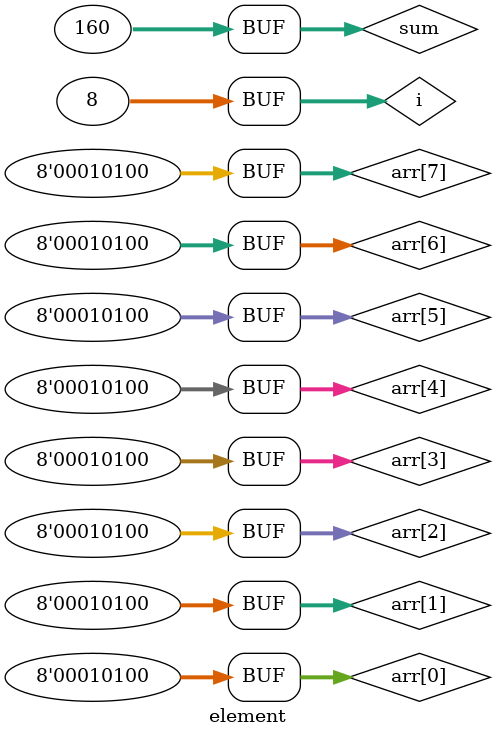
<source format=v>
module element;
reg [7:0] arr [0:7];
integer sum;
integer i;
initial begin
        arr[0]=8'd20;
        arr[1]=8'd20;
        arr[2]=8'd20;
        arr[3]=8'd20;
        arr[4]=8'd20;
        arr[5]=8'd20;
        arr[6]=8'd20;
        arr[7]=8'd20;
sum=0;
for(i=0;i<8;i=i+1)begin
sum = sum + arr[i];
end
$monitor("sum of array=%0d",sum);
end
endmodule

</source>
